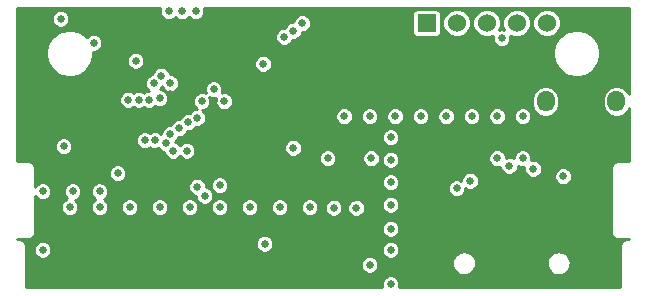
<source format=gbr>
G04 (created by PCBNEW-RS274X (2012-01-19 BZR 3256)-stable) date 22/03/2013 02:03:58*
G01*
G70*
G90*
%MOIN*%
G04 Gerber Fmt 3.4, Leading zero omitted, Abs format*
%FSLAX34Y34*%
G04 APERTURE LIST*
%ADD10C,0.006000*%
%ADD11R,0.060000X0.060000*%
%ADD12C,0.060000*%
%ADD13O,0.060000X0.070000*%
%ADD14C,0.025000*%
%ADD15C,0.010000*%
G04 APERTURE END LIST*
G54D10*
G54D11*
X93850Y-61000D03*
G54D12*
X94850Y-61000D03*
X95850Y-61000D03*
X96850Y-61000D03*
X97850Y-61000D03*
G54D13*
X97819Y-63600D03*
X100181Y-63600D03*
G54D14*
X85150Y-65000D03*
X82950Y-66600D03*
X84250Y-63550D03*
X81950Y-67125D03*
X82950Y-67125D03*
X84600Y-63550D03*
X85250Y-60600D03*
X85000Y-62750D03*
X85700Y-60600D03*
X91100Y-64100D03*
X91950Y-64100D03*
X92800Y-64100D03*
X93650Y-64100D03*
X94500Y-64100D03*
X95350Y-64100D03*
X96200Y-64100D03*
X97050Y-64100D03*
X86150Y-60600D03*
X81650Y-60850D03*
X87100Y-63600D03*
X81050Y-68550D03*
X88450Y-68350D03*
X90550Y-65500D03*
X91500Y-67150D03*
X96200Y-65500D03*
X92650Y-65550D03*
X85900Y-64300D03*
X92650Y-64800D03*
X97050Y-65500D03*
X86200Y-64150D03*
X92650Y-67850D03*
X85850Y-65250D03*
X95300Y-66250D03*
X85400Y-65250D03*
X94850Y-66500D03*
X92650Y-68550D03*
X97400Y-65850D03*
X85300Y-64700D03*
X92650Y-67050D03*
X96600Y-65750D03*
X92650Y-66300D03*
X85600Y-64500D03*
X83950Y-67125D03*
X86950Y-66400D03*
X83550Y-66000D03*
X85950Y-67125D03*
X86950Y-67125D03*
X88950Y-67125D03*
X86200Y-66450D03*
X84950Y-67125D03*
X86450Y-66750D03*
X87950Y-67125D03*
X83900Y-63550D03*
X82050Y-66600D03*
X89950Y-67125D03*
X90750Y-67150D03*
X89100Y-61450D03*
X84800Y-64900D03*
X84450Y-64900D03*
X89400Y-61250D03*
X84150Y-62250D03*
X89700Y-61000D03*
X81750Y-65100D03*
X98400Y-66100D03*
X82750Y-61650D03*
X92650Y-69700D03*
X86750Y-63200D03*
X84950Y-63500D03*
X85300Y-63000D03*
X88400Y-62350D03*
X96350Y-61500D03*
X81050Y-66600D03*
X86350Y-63600D03*
X84750Y-63000D03*
X89400Y-65150D03*
X92000Y-65500D03*
X91950Y-69050D03*
X98150Y-63050D03*
X86750Y-63600D03*
X85300Y-63350D03*
X84100Y-64900D03*
X82800Y-61150D03*
X81300Y-64550D03*
X88350Y-64800D03*
X80700Y-62350D03*
X91950Y-61550D03*
G54D10*
G36*
X100605Y-68205D02*
X100500Y-68205D01*
X100425Y-68220D01*
X100362Y-68262D01*
X100320Y-68325D01*
X100305Y-68400D01*
X100305Y-69805D01*
X99641Y-69805D01*
X99641Y-62039D01*
X99641Y-62038D01*
X99641Y-61962D01*
X99641Y-61961D01*
X99595Y-61732D01*
X99566Y-61661D01*
X99436Y-61468D01*
X99382Y-61414D01*
X99188Y-61284D01*
X99118Y-61255D01*
X98888Y-61209D01*
X98812Y-61209D01*
X98811Y-61209D01*
X98582Y-61255D01*
X98511Y-61284D01*
X98320Y-61412D01*
X98320Y-61094D01*
X98320Y-60907D01*
X98249Y-60734D01*
X98117Y-60602D01*
X97944Y-60530D01*
X97757Y-60530D01*
X97584Y-60601D01*
X97452Y-60733D01*
X97380Y-60906D01*
X97380Y-61093D01*
X97451Y-61266D01*
X97583Y-61398D01*
X97756Y-61470D01*
X97943Y-61470D01*
X98116Y-61399D01*
X98248Y-61267D01*
X98320Y-61094D01*
X98320Y-61412D01*
X98318Y-61414D01*
X98264Y-61468D01*
X98134Y-61662D01*
X98105Y-61732D01*
X98059Y-61962D01*
X98059Y-62038D01*
X98105Y-62268D01*
X98134Y-62338D01*
X98264Y-62532D01*
X98318Y-62586D01*
X98511Y-62716D01*
X98582Y-62745D01*
X98811Y-62791D01*
X98812Y-62791D01*
X98888Y-62791D01*
X99118Y-62745D01*
X99188Y-62716D01*
X99382Y-62586D01*
X99436Y-62532D01*
X99566Y-62339D01*
X99595Y-62268D01*
X99641Y-62039D01*
X99641Y-69805D01*
X98694Y-69805D01*
X98694Y-66159D01*
X98694Y-66042D01*
X98649Y-65934D01*
X98567Y-65851D01*
X98459Y-65806D01*
X98342Y-65806D01*
X98280Y-65831D01*
X98280Y-63752D01*
X98280Y-63569D01*
X98280Y-63449D01*
X98210Y-63280D01*
X98081Y-63150D01*
X97911Y-63079D01*
X97728Y-63079D01*
X97559Y-63149D01*
X97429Y-63278D01*
X97358Y-63448D01*
X97358Y-63631D01*
X97358Y-63751D01*
X97428Y-63920D01*
X97557Y-64050D01*
X97727Y-64121D01*
X97910Y-64121D01*
X98079Y-64051D01*
X98209Y-63922D01*
X98280Y-63752D01*
X98280Y-65831D01*
X98234Y-65851D01*
X98151Y-65933D01*
X98106Y-66041D01*
X98106Y-66158D01*
X98151Y-66266D01*
X98233Y-66349D01*
X98341Y-66394D01*
X98458Y-66394D01*
X98566Y-66349D01*
X98649Y-66267D01*
X98694Y-66159D01*
X98694Y-69805D01*
X98649Y-69805D01*
X98649Y-68980D01*
X98638Y-68904D01*
X98611Y-68829D01*
X98571Y-68763D01*
X98518Y-68704D01*
X98517Y-68702D01*
X98472Y-68670D01*
X98457Y-68658D01*
X98456Y-68657D01*
X98455Y-68657D01*
X98384Y-68624D01*
X98382Y-68623D01*
X98346Y-68614D01*
X98310Y-68605D01*
X98230Y-68601D01*
X98154Y-68612D01*
X98079Y-68639D01*
X98013Y-68679D01*
X97954Y-68731D01*
X97952Y-68733D01*
X97920Y-68777D01*
X97908Y-68793D01*
X97907Y-68793D01*
X97907Y-68795D01*
X97873Y-68868D01*
X97864Y-68904D01*
X97855Y-68940D01*
X97851Y-69020D01*
X97862Y-69096D01*
X97862Y-69097D01*
X97889Y-69171D01*
X97928Y-69236D01*
X97982Y-69296D01*
X97983Y-69297D01*
X98003Y-69312D01*
X98043Y-69342D01*
X98045Y-69343D01*
X98116Y-69376D01*
X98117Y-69377D01*
X98172Y-69390D01*
X98190Y-69395D01*
X98191Y-69395D01*
X98270Y-69399D01*
X98345Y-69388D01*
X98346Y-69388D01*
X98347Y-69387D01*
X98421Y-69361D01*
X98486Y-69322D01*
X98546Y-69268D01*
X98546Y-69267D01*
X98547Y-69267D01*
X98562Y-69246D01*
X98592Y-69207D01*
X98592Y-69206D01*
X98593Y-69205D01*
X98626Y-69134D01*
X98627Y-69133D01*
X98640Y-69078D01*
X98645Y-69060D01*
X98645Y-69059D01*
X98649Y-68980D01*
X98649Y-69805D01*
X97694Y-69805D01*
X97694Y-65909D01*
X97694Y-65792D01*
X97649Y-65684D01*
X97567Y-65601D01*
X97459Y-65556D01*
X97344Y-65556D01*
X97344Y-65442D01*
X97344Y-64159D01*
X97344Y-64042D01*
X97320Y-63984D01*
X97320Y-61094D01*
X97320Y-60907D01*
X97249Y-60734D01*
X97117Y-60602D01*
X96944Y-60530D01*
X96757Y-60530D01*
X96584Y-60601D01*
X96452Y-60733D01*
X96380Y-60906D01*
X96380Y-61093D01*
X96429Y-61214D01*
X96409Y-61206D01*
X96292Y-61206D01*
X96269Y-61215D01*
X96320Y-61094D01*
X96320Y-60907D01*
X96249Y-60734D01*
X96117Y-60602D01*
X95944Y-60530D01*
X95757Y-60530D01*
X95584Y-60601D01*
X95452Y-60733D01*
X95380Y-60906D01*
X95380Y-61093D01*
X95451Y-61266D01*
X95583Y-61398D01*
X95756Y-61470D01*
X95943Y-61470D01*
X96064Y-61420D01*
X96056Y-61441D01*
X96056Y-61558D01*
X96101Y-61666D01*
X96183Y-61749D01*
X96291Y-61794D01*
X96408Y-61794D01*
X96516Y-61749D01*
X96599Y-61667D01*
X96644Y-61559D01*
X96644Y-61442D01*
X96634Y-61419D01*
X96756Y-61470D01*
X96943Y-61470D01*
X97116Y-61399D01*
X97248Y-61267D01*
X97320Y-61094D01*
X97320Y-63984D01*
X97299Y-63934D01*
X97217Y-63851D01*
X97109Y-63806D01*
X96992Y-63806D01*
X96884Y-63851D01*
X96801Y-63933D01*
X96756Y-64041D01*
X96756Y-64158D01*
X96801Y-64266D01*
X96883Y-64349D01*
X96991Y-64394D01*
X97108Y-64394D01*
X97216Y-64349D01*
X97299Y-64267D01*
X97344Y-64159D01*
X97344Y-65442D01*
X97299Y-65334D01*
X97217Y-65251D01*
X97109Y-65206D01*
X96992Y-65206D01*
X96884Y-65251D01*
X96801Y-65333D01*
X96756Y-65441D01*
X96756Y-65496D01*
X96659Y-65456D01*
X96542Y-65456D01*
X96494Y-65476D01*
X96494Y-65442D01*
X96494Y-64159D01*
X96494Y-64042D01*
X96449Y-63934D01*
X96367Y-63851D01*
X96259Y-63806D01*
X96142Y-63806D01*
X96034Y-63851D01*
X95951Y-63933D01*
X95906Y-64041D01*
X95906Y-64158D01*
X95951Y-64266D01*
X96033Y-64349D01*
X96141Y-64394D01*
X96258Y-64394D01*
X96366Y-64349D01*
X96449Y-64267D01*
X96494Y-64159D01*
X96494Y-65442D01*
X96449Y-65334D01*
X96367Y-65251D01*
X96259Y-65206D01*
X96142Y-65206D01*
X96034Y-65251D01*
X95951Y-65333D01*
X95906Y-65441D01*
X95906Y-65558D01*
X95951Y-65666D01*
X96033Y-65749D01*
X96141Y-65794D01*
X96258Y-65794D01*
X96306Y-65774D01*
X96306Y-65808D01*
X96351Y-65916D01*
X96433Y-65999D01*
X96541Y-66044D01*
X96658Y-66044D01*
X96766Y-65999D01*
X96849Y-65917D01*
X96894Y-65809D01*
X96894Y-65753D01*
X96991Y-65794D01*
X97106Y-65794D01*
X97106Y-65908D01*
X97151Y-66016D01*
X97233Y-66099D01*
X97341Y-66144D01*
X97458Y-66144D01*
X97566Y-66099D01*
X97649Y-66017D01*
X97694Y-65909D01*
X97694Y-69805D01*
X95644Y-69805D01*
X95644Y-64159D01*
X95644Y-64042D01*
X95599Y-63934D01*
X95517Y-63851D01*
X95409Y-63806D01*
X95320Y-63806D01*
X95320Y-61094D01*
X95320Y-60907D01*
X95249Y-60734D01*
X95117Y-60602D01*
X94944Y-60530D01*
X94757Y-60530D01*
X94584Y-60601D01*
X94452Y-60733D01*
X94380Y-60906D01*
X94380Y-61093D01*
X94451Y-61266D01*
X94583Y-61398D01*
X94756Y-61470D01*
X94943Y-61470D01*
X95116Y-61399D01*
X95248Y-61267D01*
X95320Y-61094D01*
X95320Y-63806D01*
X95292Y-63806D01*
X95184Y-63851D01*
X95101Y-63933D01*
X95056Y-64041D01*
X95056Y-64158D01*
X95101Y-64266D01*
X95183Y-64349D01*
X95291Y-64394D01*
X95408Y-64394D01*
X95516Y-64349D01*
X95599Y-64267D01*
X95644Y-64159D01*
X95644Y-69805D01*
X95594Y-69805D01*
X95594Y-66309D01*
X95594Y-66192D01*
X95549Y-66084D01*
X95467Y-66001D01*
X95359Y-65956D01*
X95242Y-65956D01*
X95134Y-66001D01*
X95051Y-66083D01*
X95006Y-66191D01*
X95006Y-66246D01*
X94909Y-66206D01*
X94794Y-66206D01*
X94794Y-64159D01*
X94794Y-64042D01*
X94749Y-63934D01*
X94667Y-63851D01*
X94559Y-63806D01*
X94442Y-63806D01*
X94334Y-63851D01*
X94320Y-63864D01*
X94320Y-61334D01*
X94320Y-61266D01*
X94320Y-60666D01*
X94294Y-60604D01*
X94246Y-60556D01*
X94184Y-60530D01*
X94116Y-60530D01*
X93516Y-60530D01*
X93454Y-60556D01*
X93406Y-60604D01*
X93380Y-60666D01*
X93380Y-60734D01*
X93380Y-61334D01*
X93406Y-61396D01*
X93454Y-61444D01*
X93516Y-61470D01*
X93584Y-61470D01*
X94184Y-61470D01*
X94246Y-61444D01*
X94294Y-61396D01*
X94320Y-61334D01*
X94320Y-63864D01*
X94251Y-63933D01*
X94206Y-64041D01*
X94206Y-64158D01*
X94251Y-64266D01*
X94333Y-64349D01*
X94441Y-64394D01*
X94558Y-64394D01*
X94666Y-64349D01*
X94749Y-64267D01*
X94794Y-64159D01*
X94794Y-66206D01*
X94792Y-66206D01*
X94684Y-66251D01*
X94601Y-66333D01*
X94556Y-66441D01*
X94556Y-66558D01*
X94601Y-66666D01*
X94683Y-66749D01*
X94791Y-66794D01*
X94908Y-66794D01*
X95016Y-66749D01*
X95099Y-66667D01*
X95144Y-66559D01*
X95144Y-66503D01*
X95241Y-66544D01*
X95358Y-66544D01*
X95466Y-66499D01*
X95549Y-66417D01*
X95594Y-66309D01*
X95594Y-69805D01*
X95499Y-69805D01*
X95499Y-68980D01*
X95488Y-68904D01*
X95461Y-68829D01*
X95421Y-68763D01*
X95368Y-68704D01*
X95367Y-68702D01*
X95322Y-68670D01*
X95307Y-68658D01*
X95306Y-68657D01*
X95305Y-68657D01*
X95234Y-68624D01*
X95232Y-68623D01*
X95196Y-68614D01*
X95160Y-68605D01*
X95080Y-68601D01*
X95004Y-68612D01*
X94929Y-68639D01*
X94863Y-68679D01*
X94804Y-68731D01*
X94802Y-68733D01*
X94770Y-68777D01*
X94758Y-68793D01*
X94757Y-68793D01*
X94757Y-68795D01*
X94723Y-68868D01*
X94714Y-68904D01*
X94705Y-68940D01*
X94701Y-69020D01*
X94712Y-69096D01*
X94712Y-69097D01*
X94739Y-69171D01*
X94778Y-69236D01*
X94832Y-69296D01*
X94833Y-69297D01*
X94853Y-69312D01*
X94893Y-69342D01*
X94895Y-69343D01*
X94966Y-69376D01*
X94967Y-69377D01*
X95022Y-69390D01*
X95040Y-69395D01*
X95041Y-69395D01*
X95120Y-69399D01*
X95195Y-69388D01*
X95196Y-69388D01*
X95197Y-69387D01*
X95271Y-69361D01*
X95336Y-69322D01*
X95396Y-69268D01*
X95396Y-69267D01*
X95397Y-69267D01*
X95412Y-69246D01*
X95442Y-69207D01*
X95442Y-69206D01*
X95443Y-69205D01*
X95476Y-69134D01*
X95477Y-69133D01*
X95490Y-69078D01*
X95495Y-69060D01*
X95495Y-69059D01*
X95499Y-68980D01*
X95499Y-69805D01*
X93944Y-69805D01*
X93944Y-64159D01*
X93944Y-64042D01*
X93899Y-63934D01*
X93817Y-63851D01*
X93709Y-63806D01*
X93592Y-63806D01*
X93484Y-63851D01*
X93401Y-63933D01*
X93356Y-64041D01*
X93356Y-64158D01*
X93401Y-64266D01*
X93483Y-64349D01*
X93591Y-64394D01*
X93708Y-64394D01*
X93816Y-64349D01*
X93899Y-64267D01*
X93944Y-64159D01*
X93944Y-69805D01*
X93094Y-69805D01*
X93094Y-64159D01*
X93094Y-64042D01*
X93049Y-63934D01*
X92967Y-63851D01*
X92859Y-63806D01*
X92742Y-63806D01*
X92634Y-63851D01*
X92551Y-63933D01*
X92506Y-64041D01*
X92506Y-64158D01*
X92551Y-64266D01*
X92633Y-64349D01*
X92741Y-64394D01*
X92858Y-64394D01*
X92966Y-64349D01*
X93049Y-64267D01*
X93094Y-64159D01*
X93094Y-69805D01*
X92924Y-69805D01*
X92944Y-69759D01*
X92944Y-69642D01*
X92944Y-68609D01*
X92944Y-68492D01*
X92944Y-67909D01*
X92944Y-67792D01*
X92944Y-67109D01*
X92944Y-66992D01*
X92944Y-66359D01*
X92944Y-66242D01*
X92944Y-65609D01*
X92944Y-65492D01*
X92944Y-64859D01*
X92944Y-64742D01*
X92899Y-64634D01*
X92817Y-64551D01*
X92709Y-64506D01*
X92592Y-64506D01*
X92484Y-64551D01*
X92401Y-64633D01*
X92356Y-64741D01*
X92356Y-64858D01*
X92401Y-64966D01*
X92483Y-65049D01*
X92591Y-65094D01*
X92708Y-65094D01*
X92816Y-65049D01*
X92899Y-64967D01*
X92944Y-64859D01*
X92944Y-65492D01*
X92899Y-65384D01*
X92817Y-65301D01*
X92709Y-65256D01*
X92592Y-65256D01*
X92484Y-65301D01*
X92401Y-65383D01*
X92356Y-65491D01*
X92356Y-65608D01*
X92401Y-65716D01*
X92483Y-65799D01*
X92591Y-65844D01*
X92708Y-65844D01*
X92816Y-65799D01*
X92899Y-65717D01*
X92944Y-65609D01*
X92944Y-66242D01*
X92899Y-66134D01*
X92817Y-66051D01*
X92709Y-66006D01*
X92592Y-66006D01*
X92484Y-66051D01*
X92401Y-66133D01*
X92356Y-66241D01*
X92356Y-66358D01*
X92401Y-66466D01*
X92483Y-66549D01*
X92591Y-66594D01*
X92708Y-66594D01*
X92816Y-66549D01*
X92899Y-66467D01*
X92944Y-66359D01*
X92944Y-66992D01*
X92899Y-66884D01*
X92817Y-66801D01*
X92709Y-66756D01*
X92592Y-66756D01*
X92484Y-66801D01*
X92401Y-66883D01*
X92356Y-66991D01*
X92356Y-67108D01*
X92401Y-67216D01*
X92483Y-67299D01*
X92591Y-67344D01*
X92708Y-67344D01*
X92816Y-67299D01*
X92899Y-67217D01*
X92944Y-67109D01*
X92944Y-67792D01*
X92899Y-67684D01*
X92817Y-67601D01*
X92709Y-67556D01*
X92592Y-67556D01*
X92484Y-67601D01*
X92401Y-67683D01*
X92356Y-67791D01*
X92356Y-67908D01*
X92401Y-68016D01*
X92483Y-68099D01*
X92591Y-68144D01*
X92708Y-68144D01*
X92816Y-68099D01*
X92899Y-68017D01*
X92944Y-67909D01*
X92944Y-68492D01*
X92899Y-68384D01*
X92817Y-68301D01*
X92709Y-68256D01*
X92592Y-68256D01*
X92484Y-68301D01*
X92401Y-68383D01*
X92356Y-68491D01*
X92356Y-68608D01*
X92401Y-68716D01*
X92483Y-68799D01*
X92591Y-68844D01*
X92708Y-68844D01*
X92816Y-68799D01*
X92899Y-68717D01*
X92944Y-68609D01*
X92944Y-69642D01*
X92899Y-69534D01*
X92817Y-69451D01*
X92709Y-69406D01*
X92592Y-69406D01*
X92484Y-69451D01*
X92401Y-69533D01*
X92356Y-69641D01*
X92356Y-69758D01*
X92375Y-69805D01*
X92294Y-69805D01*
X92294Y-65559D01*
X92294Y-65442D01*
X92249Y-65334D01*
X92244Y-65328D01*
X92244Y-64159D01*
X92244Y-64042D01*
X92199Y-63934D01*
X92117Y-63851D01*
X92009Y-63806D01*
X91892Y-63806D01*
X91784Y-63851D01*
X91701Y-63933D01*
X91656Y-64041D01*
X91656Y-64158D01*
X91701Y-64266D01*
X91783Y-64349D01*
X91891Y-64394D01*
X92008Y-64394D01*
X92116Y-64349D01*
X92199Y-64267D01*
X92244Y-64159D01*
X92244Y-65328D01*
X92167Y-65251D01*
X92059Y-65206D01*
X91942Y-65206D01*
X91834Y-65251D01*
X91751Y-65333D01*
X91706Y-65441D01*
X91706Y-65558D01*
X91751Y-65666D01*
X91833Y-65749D01*
X91941Y-65794D01*
X92058Y-65794D01*
X92166Y-65749D01*
X92249Y-65667D01*
X92294Y-65559D01*
X92294Y-69805D01*
X92244Y-69805D01*
X92244Y-69109D01*
X92244Y-68992D01*
X92199Y-68884D01*
X92117Y-68801D01*
X92009Y-68756D01*
X91892Y-68756D01*
X91794Y-68796D01*
X91794Y-67209D01*
X91794Y-67092D01*
X91749Y-66984D01*
X91667Y-66901D01*
X91559Y-66856D01*
X91442Y-66856D01*
X91394Y-66876D01*
X91394Y-64159D01*
X91394Y-64042D01*
X91349Y-63934D01*
X91267Y-63851D01*
X91159Y-63806D01*
X91042Y-63806D01*
X90934Y-63851D01*
X90851Y-63933D01*
X90806Y-64041D01*
X90806Y-64158D01*
X90851Y-64266D01*
X90933Y-64349D01*
X91041Y-64394D01*
X91158Y-64394D01*
X91266Y-64349D01*
X91349Y-64267D01*
X91394Y-64159D01*
X91394Y-66876D01*
X91334Y-66901D01*
X91251Y-66983D01*
X91206Y-67091D01*
X91206Y-67208D01*
X91251Y-67316D01*
X91333Y-67399D01*
X91441Y-67444D01*
X91558Y-67444D01*
X91666Y-67399D01*
X91749Y-67317D01*
X91794Y-67209D01*
X91794Y-68796D01*
X91784Y-68801D01*
X91701Y-68883D01*
X91656Y-68991D01*
X91656Y-69108D01*
X91701Y-69216D01*
X91783Y-69299D01*
X91891Y-69344D01*
X92008Y-69344D01*
X92116Y-69299D01*
X92199Y-69217D01*
X92244Y-69109D01*
X92244Y-69805D01*
X91044Y-69805D01*
X91044Y-67209D01*
X91044Y-67092D01*
X90999Y-66984D01*
X90917Y-66901D01*
X90844Y-66870D01*
X90844Y-65559D01*
X90844Y-65442D01*
X90799Y-65334D01*
X90717Y-65251D01*
X90609Y-65206D01*
X90492Y-65206D01*
X90384Y-65251D01*
X90301Y-65333D01*
X90256Y-65441D01*
X90256Y-65558D01*
X90301Y-65666D01*
X90383Y-65749D01*
X90491Y-65794D01*
X90608Y-65794D01*
X90716Y-65749D01*
X90799Y-65667D01*
X90844Y-65559D01*
X90844Y-66870D01*
X90809Y-66856D01*
X90692Y-66856D01*
X90584Y-66901D01*
X90501Y-66983D01*
X90456Y-67091D01*
X90456Y-67208D01*
X90501Y-67316D01*
X90583Y-67399D01*
X90691Y-67444D01*
X90808Y-67444D01*
X90916Y-67399D01*
X90999Y-67317D01*
X91044Y-67209D01*
X91044Y-69805D01*
X90244Y-69805D01*
X90244Y-67184D01*
X90244Y-67067D01*
X90199Y-66959D01*
X90117Y-66876D01*
X90009Y-66831D01*
X89994Y-66831D01*
X89994Y-61059D01*
X89994Y-60942D01*
X89949Y-60834D01*
X89867Y-60751D01*
X89759Y-60706D01*
X89642Y-60706D01*
X89534Y-60751D01*
X89451Y-60833D01*
X89406Y-60941D01*
X89406Y-60956D01*
X89342Y-60956D01*
X89234Y-61001D01*
X89151Y-61083D01*
X89120Y-61156D01*
X89042Y-61156D01*
X88934Y-61201D01*
X88851Y-61283D01*
X88806Y-61391D01*
X88806Y-61508D01*
X88851Y-61616D01*
X88933Y-61699D01*
X89041Y-61744D01*
X89158Y-61744D01*
X89266Y-61699D01*
X89349Y-61617D01*
X89379Y-61544D01*
X89458Y-61544D01*
X89566Y-61499D01*
X89649Y-61417D01*
X89694Y-61309D01*
X89694Y-61294D01*
X89758Y-61294D01*
X89866Y-61249D01*
X89949Y-61167D01*
X89994Y-61059D01*
X89994Y-66831D01*
X89892Y-66831D01*
X89784Y-66876D01*
X89701Y-66958D01*
X89694Y-66974D01*
X89694Y-65209D01*
X89694Y-65092D01*
X89649Y-64984D01*
X89567Y-64901D01*
X89459Y-64856D01*
X89342Y-64856D01*
X89234Y-64901D01*
X89151Y-64983D01*
X89106Y-65091D01*
X89106Y-65208D01*
X89151Y-65316D01*
X89233Y-65399D01*
X89341Y-65444D01*
X89458Y-65444D01*
X89566Y-65399D01*
X89649Y-65317D01*
X89694Y-65209D01*
X89694Y-66974D01*
X89656Y-67066D01*
X89656Y-67183D01*
X89701Y-67291D01*
X89783Y-67374D01*
X89891Y-67419D01*
X90008Y-67419D01*
X90116Y-67374D01*
X90199Y-67292D01*
X90244Y-67184D01*
X90244Y-69805D01*
X89244Y-69805D01*
X89244Y-67184D01*
X89244Y-67067D01*
X89199Y-66959D01*
X89117Y-66876D01*
X89009Y-66831D01*
X88892Y-66831D01*
X88784Y-66876D01*
X88701Y-66958D01*
X88694Y-66974D01*
X88694Y-62409D01*
X88694Y-62292D01*
X88649Y-62184D01*
X88567Y-62101D01*
X88459Y-62056D01*
X88342Y-62056D01*
X88234Y-62101D01*
X88151Y-62183D01*
X88106Y-62291D01*
X88106Y-62408D01*
X88151Y-62516D01*
X88233Y-62599D01*
X88341Y-62644D01*
X88458Y-62644D01*
X88566Y-62599D01*
X88649Y-62517D01*
X88694Y-62409D01*
X88694Y-66974D01*
X88656Y-67066D01*
X88656Y-67183D01*
X88701Y-67291D01*
X88783Y-67374D01*
X88891Y-67419D01*
X89008Y-67419D01*
X89116Y-67374D01*
X89199Y-67292D01*
X89244Y-67184D01*
X89244Y-69805D01*
X88744Y-69805D01*
X88744Y-68409D01*
X88744Y-68292D01*
X88699Y-68184D01*
X88617Y-68101D01*
X88509Y-68056D01*
X88392Y-68056D01*
X88284Y-68101D01*
X88244Y-68140D01*
X88244Y-67184D01*
X88244Y-67067D01*
X88199Y-66959D01*
X88117Y-66876D01*
X88009Y-66831D01*
X87892Y-66831D01*
X87784Y-66876D01*
X87701Y-66958D01*
X87656Y-67066D01*
X87656Y-67183D01*
X87701Y-67291D01*
X87783Y-67374D01*
X87891Y-67419D01*
X88008Y-67419D01*
X88116Y-67374D01*
X88199Y-67292D01*
X88244Y-67184D01*
X88244Y-68140D01*
X88201Y-68183D01*
X88156Y-68291D01*
X88156Y-68408D01*
X88201Y-68516D01*
X88283Y-68599D01*
X88391Y-68644D01*
X88508Y-68644D01*
X88616Y-68599D01*
X88699Y-68517D01*
X88744Y-68409D01*
X88744Y-69805D01*
X87394Y-69805D01*
X87394Y-63659D01*
X87394Y-63542D01*
X87349Y-63434D01*
X87267Y-63351D01*
X87159Y-63306D01*
X87042Y-63306D01*
X87020Y-63314D01*
X87044Y-63259D01*
X87044Y-63142D01*
X86999Y-63034D01*
X86917Y-62951D01*
X86809Y-62906D01*
X86692Y-62906D01*
X86584Y-62951D01*
X86501Y-63033D01*
X86456Y-63141D01*
X86456Y-63258D01*
X86490Y-63339D01*
X86409Y-63306D01*
X86292Y-63306D01*
X86184Y-63351D01*
X86101Y-63433D01*
X86056Y-63541D01*
X86056Y-63658D01*
X86101Y-63766D01*
X86183Y-63849D01*
X86199Y-63856D01*
X86142Y-63856D01*
X86034Y-63901D01*
X85951Y-63983D01*
X85941Y-64006D01*
X85842Y-64006D01*
X85734Y-64051D01*
X85651Y-64133D01*
X85620Y-64206D01*
X85594Y-64206D01*
X85594Y-63059D01*
X85594Y-62942D01*
X85549Y-62834D01*
X85467Y-62751D01*
X85359Y-62706D01*
X85294Y-62706D01*
X85294Y-62692D01*
X85249Y-62584D01*
X85167Y-62501D01*
X85059Y-62456D01*
X84942Y-62456D01*
X84834Y-62501D01*
X84751Y-62583D01*
X84706Y-62691D01*
X84706Y-62706D01*
X84692Y-62706D01*
X84584Y-62751D01*
X84501Y-62833D01*
X84456Y-62941D01*
X84456Y-63058D01*
X84501Y-63166D01*
X84583Y-63249D01*
X84599Y-63256D01*
X84542Y-63256D01*
X84444Y-63296D01*
X84444Y-62309D01*
X84444Y-62192D01*
X84399Y-62084D01*
X84317Y-62001D01*
X84209Y-61956D01*
X84092Y-61956D01*
X83984Y-62001D01*
X83901Y-62083D01*
X83856Y-62191D01*
X83856Y-62308D01*
X83901Y-62416D01*
X83983Y-62499D01*
X84091Y-62544D01*
X84208Y-62544D01*
X84316Y-62499D01*
X84399Y-62417D01*
X84444Y-62309D01*
X84444Y-63296D01*
X84434Y-63301D01*
X84425Y-63309D01*
X84417Y-63301D01*
X84309Y-63256D01*
X84192Y-63256D01*
X84084Y-63301D01*
X84075Y-63309D01*
X84067Y-63301D01*
X83959Y-63256D01*
X83842Y-63256D01*
X83734Y-63301D01*
X83651Y-63383D01*
X83606Y-63491D01*
X83606Y-63608D01*
X83651Y-63716D01*
X83733Y-63799D01*
X83841Y-63844D01*
X83958Y-63844D01*
X84066Y-63799D01*
X84074Y-63790D01*
X84083Y-63799D01*
X84191Y-63844D01*
X84308Y-63844D01*
X84416Y-63799D01*
X84424Y-63790D01*
X84433Y-63799D01*
X84541Y-63844D01*
X84658Y-63844D01*
X84766Y-63799D01*
X84806Y-63758D01*
X84891Y-63794D01*
X85008Y-63794D01*
X85116Y-63749D01*
X85199Y-63667D01*
X85244Y-63559D01*
X85244Y-63442D01*
X85199Y-63334D01*
X85117Y-63251D01*
X85009Y-63206D01*
X84959Y-63206D01*
X84999Y-63167D01*
X85025Y-63104D01*
X85051Y-63166D01*
X85133Y-63249D01*
X85241Y-63294D01*
X85358Y-63294D01*
X85466Y-63249D01*
X85549Y-63167D01*
X85594Y-63059D01*
X85594Y-64206D01*
X85542Y-64206D01*
X85434Y-64251D01*
X85351Y-64333D01*
X85320Y-64406D01*
X85242Y-64406D01*
X85134Y-64451D01*
X85051Y-64533D01*
X85006Y-64641D01*
X85006Y-64690D01*
X84967Y-64651D01*
X84859Y-64606D01*
X84742Y-64606D01*
X84634Y-64651D01*
X84625Y-64659D01*
X84617Y-64651D01*
X84509Y-64606D01*
X84392Y-64606D01*
X84284Y-64651D01*
X84201Y-64733D01*
X84156Y-64841D01*
X84156Y-64958D01*
X84201Y-65066D01*
X84283Y-65149D01*
X84391Y-65194D01*
X84508Y-65194D01*
X84616Y-65149D01*
X84624Y-65140D01*
X84633Y-65149D01*
X84741Y-65194D01*
X84858Y-65194D01*
X84908Y-65173D01*
X84983Y-65249D01*
X85091Y-65294D01*
X85106Y-65294D01*
X85106Y-65308D01*
X85151Y-65416D01*
X85233Y-65499D01*
X85341Y-65544D01*
X85458Y-65544D01*
X85566Y-65499D01*
X85625Y-65440D01*
X85683Y-65499D01*
X85791Y-65544D01*
X85908Y-65544D01*
X86016Y-65499D01*
X86099Y-65417D01*
X86144Y-65309D01*
X86144Y-65192D01*
X86099Y-65084D01*
X86017Y-65001D01*
X85909Y-64956D01*
X85792Y-64956D01*
X85684Y-65001D01*
X85624Y-65059D01*
X85567Y-65001D01*
X85459Y-64956D01*
X85449Y-64956D01*
X85466Y-64949D01*
X85549Y-64867D01*
X85579Y-64794D01*
X85658Y-64794D01*
X85766Y-64749D01*
X85849Y-64667D01*
X85879Y-64594D01*
X85958Y-64594D01*
X86066Y-64549D01*
X86149Y-64467D01*
X86158Y-64444D01*
X86258Y-64444D01*
X86366Y-64399D01*
X86449Y-64317D01*
X86494Y-64209D01*
X86494Y-64092D01*
X86449Y-63984D01*
X86367Y-63901D01*
X86350Y-63894D01*
X86408Y-63894D01*
X86516Y-63849D01*
X86599Y-63767D01*
X86644Y-63659D01*
X86644Y-63542D01*
X86609Y-63460D01*
X86691Y-63494D01*
X86808Y-63494D01*
X86829Y-63485D01*
X86806Y-63541D01*
X86806Y-63658D01*
X86851Y-63766D01*
X86933Y-63849D01*
X87041Y-63894D01*
X87158Y-63894D01*
X87266Y-63849D01*
X87349Y-63767D01*
X87394Y-63659D01*
X87394Y-69805D01*
X87244Y-69805D01*
X87244Y-67184D01*
X87244Y-67067D01*
X87244Y-66459D01*
X87244Y-66342D01*
X87199Y-66234D01*
X87117Y-66151D01*
X87009Y-66106D01*
X86892Y-66106D01*
X86784Y-66151D01*
X86701Y-66233D01*
X86656Y-66341D01*
X86656Y-66458D01*
X86701Y-66566D01*
X86783Y-66649D01*
X86891Y-66694D01*
X87008Y-66694D01*
X87116Y-66649D01*
X87199Y-66567D01*
X87244Y-66459D01*
X87244Y-67067D01*
X87199Y-66959D01*
X87117Y-66876D01*
X87009Y-66831D01*
X86892Y-66831D01*
X86784Y-66876D01*
X86744Y-66915D01*
X86744Y-66809D01*
X86744Y-66692D01*
X86699Y-66584D01*
X86617Y-66501D01*
X86509Y-66456D01*
X86494Y-66456D01*
X86494Y-66392D01*
X86449Y-66284D01*
X86367Y-66201D01*
X86259Y-66156D01*
X86142Y-66156D01*
X86034Y-66201D01*
X85951Y-66283D01*
X85906Y-66391D01*
X85906Y-66508D01*
X85951Y-66616D01*
X86033Y-66699D01*
X86141Y-66744D01*
X86156Y-66744D01*
X86156Y-66808D01*
X86201Y-66916D01*
X86283Y-66999D01*
X86391Y-67044D01*
X86508Y-67044D01*
X86616Y-66999D01*
X86699Y-66917D01*
X86744Y-66809D01*
X86744Y-66915D01*
X86701Y-66958D01*
X86656Y-67066D01*
X86656Y-67183D01*
X86701Y-67291D01*
X86783Y-67374D01*
X86891Y-67419D01*
X87008Y-67419D01*
X87116Y-67374D01*
X87199Y-67292D01*
X87244Y-67184D01*
X87244Y-69805D01*
X86244Y-69805D01*
X86244Y-67184D01*
X86244Y-67067D01*
X86199Y-66959D01*
X86117Y-66876D01*
X86009Y-66831D01*
X85892Y-66831D01*
X85784Y-66876D01*
X85701Y-66958D01*
X85656Y-67066D01*
X85656Y-67183D01*
X85701Y-67291D01*
X85783Y-67374D01*
X85891Y-67419D01*
X86008Y-67419D01*
X86116Y-67374D01*
X86199Y-67292D01*
X86244Y-67184D01*
X86244Y-69805D01*
X85244Y-69805D01*
X85244Y-67184D01*
X85244Y-67067D01*
X85199Y-66959D01*
X85117Y-66876D01*
X85009Y-66831D01*
X84892Y-66831D01*
X84784Y-66876D01*
X84701Y-66958D01*
X84656Y-67066D01*
X84656Y-67183D01*
X84701Y-67291D01*
X84783Y-67374D01*
X84891Y-67419D01*
X85008Y-67419D01*
X85116Y-67374D01*
X85199Y-67292D01*
X85244Y-67184D01*
X85244Y-69805D01*
X84244Y-69805D01*
X84244Y-67184D01*
X84244Y-67067D01*
X84199Y-66959D01*
X84117Y-66876D01*
X84009Y-66831D01*
X83892Y-66831D01*
X83844Y-66851D01*
X83844Y-66059D01*
X83844Y-65942D01*
X83799Y-65834D01*
X83717Y-65751D01*
X83609Y-65706D01*
X83492Y-65706D01*
X83384Y-65751D01*
X83301Y-65833D01*
X83256Y-65941D01*
X83256Y-66058D01*
X83301Y-66166D01*
X83383Y-66249D01*
X83491Y-66294D01*
X83608Y-66294D01*
X83716Y-66249D01*
X83799Y-66167D01*
X83844Y-66059D01*
X83844Y-66851D01*
X83784Y-66876D01*
X83701Y-66958D01*
X83656Y-67066D01*
X83656Y-67183D01*
X83701Y-67291D01*
X83783Y-67374D01*
X83891Y-67419D01*
X84008Y-67419D01*
X84116Y-67374D01*
X84199Y-67292D01*
X84244Y-67184D01*
X84244Y-69805D01*
X83244Y-69805D01*
X83244Y-67184D01*
X83244Y-67067D01*
X83199Y-66959D01*
X83117Y-66876D01*
X83084Y-66862D01*
X83116Y-66849D01*
X83199Y-66767D01*
X83244Y-66659D01*
X83244Y-66542D01*
X83199Y-66434D01*
X83117Y-66351D01*
X83044Y-66320D01*
X83044Y-61709D01*
X83044Y-61592D01*
X82999Y-61484D01*
X82917Y-61401D01*
X82809Y-61356D01*
X82692Y-61356D01*
X82584Y-61401D01*
X82526Y-61458D01*
X82482Y-61414D01*
X82288Y-61284D01*
X82218Y-61255D01*
X81988Y-61209D01*
X81944Y-61209D01*
X81944Y-60909D01*
X81944Y-60792D01*
X81899Y-60684D01*
X81817Y-60601D01*
X81709Y-60556D01*
X81592Y-60556D01*
X81484Y-60601D01*
X81401Y-60683D01*
X81356Y-60791D01*
X81356Y-60908D01*
X81401Y-61016D01*
X81483Y-61099D01*
X81591Y-61144D01*
X81708Y-61144D01*
X81816Y-61099D01*
X81899Y-61017D01*
X81944Y-60909D01*
X81944Y-61209D01*
X81912Y-61209D01*
X81911Y-61209D01*
X81682Y-61255D01*
X81611Y-61284D01*
X81418Y-61414D01*
X81364Y-61468D01*
X81234Y-61662D01*
X81205Y-61732D01*
X81159Y-61962D01*
X81159Y-62038D01*
X81205Y-62268D01*
X81234Y-62338D01*
X81364Y-62532D01*
X81418Y-62586D01*
X81611Y-62716D01*
X81682Y-62745D01*
X81911Y-62791D01*
X81912Y-62791D01*
X81988Y-62791D01*
X82218Y-62745D01*
X82288Y-62716D01*
X82482Y-62586D01*
X82536Y-62532D01*
X82666Y-62339D01*
X82695Y-62268D01*
X82741Y-62039D01*
X82741Y-62038D01*
X82741Y-61962D01*
X82741Y-61961D01*
X82737Y-61944D01*
X82808Y-61944D01*
X82916Y-61899D01*
X82999Y-61817D01*
X83044Y-61709D01*
X83044Y-66320D01*
X83009Y-66306D01*
X82892Y-66306D01*
X82784Y-66351D01*
X82701Y-66433D01*
X82656Y-66541D01*
X82656Y-66658D01*
X82701Y-66766D01*
X82783Y-66849D01*
X82815Y-66862D01*
X82784Y-66876D01*
X82701Y-66958D01*
X82656Y-67066D01*
X82656Y-67183D01*
X82701Y-67291D01*
X82783Y-67374D01*
X82891Y-67419D01*
X83008Y-67419D01*
X83116Y-67374D01*
X83199Y-67292D01*
X83244Y-67184D01*
X83244Y-69805D01*
X82344Y-69805D01*
X82344Y-66659D01*
X82344Y-66542D01*
X82299Y-66434D01*
X82217Y-66351D01*
X82109Y-66306D01*
X82044Y-66306D01*
X82044Y-65159D01*
X82044Y-65042D01*
X81999Y-64934D01*
X81917Y-64851D01*
X81809Y-64806D01*
X81692Y-64806D01*
X81584Y-64851D01*
X81501Y-64933D01*
X81456Y-65041D01*
X81456Y-65158D01*
X81501Y-65266D01*
X81583Y-65349D01*
X81691Y-65394D01*
X81808Y-65394D01*
X81916Y-65349D01*
X81999Y-65267D01*
X82044Y-65159D01*
X82044Y-66306D01*
X81992Y-66306D01*
X81884Y-66351D01*
X81801Y-66433D01*
X81756Y-66541D01*
X81756Y-66658D01*
X81801Y-66766D01*
X81873Y-66838D01*
X81784Y-66876D01*
X81701Y-66958D01*
X81656Y-67066D01*
X81656Y-67183D01*
X81701Y-67291D01*
X81783Y-67374D01*
X81891Y-67419D01*
X82008Y-67419D01*
X82116Y-67374D01*
X82199Y-67292D01*
X82244Y-67184D01*
X82244Y-67067D01*
X82199Y-66959D01*
X82126Y-66886D01*
X82216Y-66849D01*
X82299Y-66767D01*
X82344Y-66659D01*
X82344Y-69805D01*
X81344Y-69805D01*
X81344Y-68609D01*
X81344Y-68492D01*
X81299Y-68384D01*
X81217Y-68301D01*
X81109Y-68256D01*
X80992Y-68256D01*
X80884Y-68301D01*
X80801Y-68383D01*
X80756Y-68491D01*
X80756Y-68608D01*
X80801Y-68716D01*
X80883Y-68799D01*
X80991Y-68844D01*
X81108Y-68844D01*
X81216Y-68799D01*
X81299Y-68717D01*
X81344Y-68609D01*
X81344Y-69805D01*
X80495Y-69805D01*
X80495Y-68400D01*
X80480Y-68325D01*
X80438Y-68262D01*
X80375Y-68220D01*
X80300Y-68205D01*
X80195Y-68205D01*
X80195Y-68195D01*
X80600Y-68195D01*
X80675Y-68180D01*
X80738Y-68138D01*
X80780Y-68075D01*
X80795Y-68000D01*
X80795Y-66751D01*
X80801Y-66766D01*
X80883Y-66849D01*
X80991Y-66894D01*
X81108Y-66894D01*
X81216Y-66849D01*
X81299Y-66767D01*
X81344Y-66659D01*
X81344Y-66542D01*
X81299Y-66434D01*
X81217Y-66351D01*
X81109Y-66306D01*
X80992Y-66306D01*
X80884Y-66351D01*
X80801Y-66433D01*
X80795Y-66447D01*
X80795Y-65800D01*
X80780Y-65725D01*
X80738Y-65662D01*
X80675Y-65620D01*
X80600Y-65605D01*
X80195Y-65605D01*
X80195Y-60495D01*
X84975Y-60495D01*
X84956Y-60541D01*
X84956Y-60658D01*
X85001Y-60766D01*
X85083Y-60849D01*
X85191Y-60894D01*
X85308Y-60894D01*
X85416Y-60849D01*
X85475Y-60790D01*
X85533Y-60849D01*
X85641Y-60894D01*
X85758Y-60894D01*
X85866Y-60849D01*
X85925Y-60790D01*
X85983Y-60849D01*
X86091Y-60894D01*
X86208Y-60894D01*
X86316Y-60849D01*
X86399Y-60767D01*
X86444Y-60659D01*
X86444Y-60542D01*
X86424Y-60495D01*
X100605Y-60495D01*
X100605Y-63359D01*
X100572Y-63280D01*
X100443Y-63150D01*
X100273Y-63079D01*
X100090Y-63079D01*
X99921Y-63149D01*
X99791Y-63278D01*
X99720Y-63448D01*
X99720Y-63631D01*
X99720Y-63751D01*
X99790Y-63920D01*
X99919Y-64050D01*
X100089Y-64121D01*
X100272Y-64121D01*
X100441Y-64051D01*
X100571Y-63922D01*
X100605Y-63840D01*
X100605Y-65605D01*
X100200Y-65605D01*
X100125Y-65620D01*
X100062Y-65662D01*
X100020Y-65725D01*
X100005Y-65800D01*
X100005Y-68000D01*
X100020Y-68075D01*
X100062Y-68138D01*
X100125Y-68180D01*
X100200Y-68195D01*
X100605Y-68195D01*
X100605Y-68205D01*
X100605Y-68205D01*
G37*
G54D15*
X100605Y-68205D02*
X100500Y-68205D01*
X100425Y-68220D01*
X100362Y-68262D01*
X100320Y-68325D01*
X100305Y-68400D01*
X100305Y-69805D01*
X99641Y-69805D01*
X99641Y-62039D01*
X99641Y-62038D01*
X99641Y-61962D01*
X99641Y-61961D01*
X99595Y-61732D01*
X99566Y-61661D01*
X99436Y-61468D01*
X99382Y-61414D01*
X99188Y-61284D01*
X99118Y-61255D01*
X98888Y-61209D01*
X98812Y-61209D01*
X98811Y-61209D01*
X98582Y-61255D01*
X98511Y-61284D01*
X98320Y-61412D01*
X98320Y-61094D01*
X98320Y-60907D01*
X98249Y-60734D01*
X98117Y-60602D01*
X97944Y-60530D01*
X97757Y-60530D01*
X97584Y-60601D01*
X97452Y-60733D01*
X97380Y-60906D01*
X97380Y-61093D01*
X97451Y-61266D01*
X97583Y-61398D01*
X97756Y-61470D01*
X97943Y-61470D01*
X98116Y-61399D01*
X98248Y-61267D01*
X98320Y-61094D01*
X98320Y-61412D01*
X98318Y-61414D01*
X98264Y-61468D01*
X98134Y-61662D01*
X98105Y-61732D01*
X98059Y-61962D01*
X98059Y-62038D01*
X98105Y-62268D01*
X98134Y-62338D01*
X98264Y-62532D01*
X98318Y-62586D01*
X98511Y-62716D01*
X98582Y-62745D01*
X98811Y-62791D01*
X98812Y-62791D01*
X98888Y-62791D01*
X99118Y-62745D01*
X99188Y-62716D01*
X99382Y-62586D01*
X99436Y-62532D01*
X99566Y-62339D01*
X99595Y-62268D01*
X99641Y-62039D01*
X99641Y-69805D01*
X98694Y-69805D01*
X98694Y-66159D01*
X98694Y-66042D01*
X98649Y-65934D01*
X98567Y-65851D01*
X98459Y-65806D01*
X98342Y-65806D01*
X98280Y-65831D01*
X98280Y-63752D01*
X98280Y-63569D01*
X98280Y-63449D01*
X98210Y-63280D01*
X98081Y-63150D01*
X97911Y-63079D01*
X97728Y-63079D01*
X97559Y-63149D01*
X97429Y-63278D01*
X97358Y-63448D01*
X97358Y-63631D01*
X97358Y-63751D01*
X97428Y-63920D01*
X97557Y-64050D01*
X97727Y-64121D01*
X97910Y-64121D01*
X98079Y-64051D01*
X98209Y-63922D01*
X98280Y-63752D01*
X98280Y-65831D01*
X98234Y-65851D01*
X98151Y-65933D01*
X98106Y-66041D01*
X98106Y-66158D01*
X98151Y-66266D01*
X98233Y-66349D01*
X98341Y-66394D01*
X98458Y-66394D01*
X98566Y-66349D01*
X98649Y-66267D01*
X98694Y-66159D01*
X98694Y-69805D01*
X98649Y-69805D01*
X98649Y-68980D01*
X98638Y-68904D01*
X98611Y-68829D01*
X98571Y-68763D01*
X98518Y-68704D01*
X98517Y-68702D01*
X98472Y-68670D01*
X98457Y-68658D01*
X98456Y-68657D01*
X98455Y-68657D01*
X98384Y-68624D01*
X98382Y-68623D01*
X98346Y-68614D01*
X98310Y-68605D01*
X98230Y-68601D01*
X98154Y-68612D01*
X98079Y-68639D01*
X98013Y-68679D01*
X97954Y-68731D01*
X97952Y-68733D01*
X97920Y-68777D01*
X97908Y-68793D01*
X97907Y-68793D01*
X97907Y-68795D01*
X97873Y-68868D01*
X97864Y-68904D01*
X97855Y-68940D01*
X97851Y-69020D01*
X97862Y-69096D01*
X97862Y-69097D01*
X97889Y-69171D01*
X97928Y-69236D01*
X97982Y-69296D01*
X97983Y-69297D01*
X98003Y-69312D01*
X98043Y-69342D01*
X98045Y-69343D01*
X98116Y-69376D01*
X98117Y-69377D01*
X98172Y-69390D01*
X98190Y-69395D01*
X98191Y-69395D01*
X98270Y-69399D01*
X98345Y-69388D01*
X98346Y-69388D01*
X98347Y-69387D01*
X98421Y-69361D01*
X98486Y-69322D01*
X98546Y-69268D01*
X98546Y-69267D01*
X98547Y-69267D01*
X98562Y-69246D01*
X98592Y-69207D01*
X98592Y-69206D01*
X98593Y-69205D01*
X98626Y-69134D01*
X98627Y-69133D01*
X98640Y-69078D01*
X98645Y-69060D01*
X98645Y-69059D01*
X98649Y-68980D01*
X98649Y-69805D01*
X97694Y-69805D01*
X97694Y-65909D01*
X97694Y-65792D01*
X97649Y-65684D01*
X97567Y-65601D01*
X97459Y-65556D01*
X97344Y-65556D01*
X97344Y-65442D01*
X97344Y-64159D01*
X97344Y-64042D01*
X97320Y-63984D01*
X97320Y-61094D01*
X97320Y-60907D01*
X97249Y-60734D01*
X97117Y-60602D01*
X96944Y-60530D01*
X96757Y-60530D01*
X96584Y-60601D01*
X96452Y-60733D01*
X96380Y-60906D01*
X96380Y-61093D01*
X96429Y-61214D01*
X96409Y-61206D01*
X96292Y-61206D01*
X96269Y-61215D01*
X96320Y-61094D01*
X96320Y-60907D01*
X96249Y-60734D01*
X96117Y-60602D01*
X95944Y-60530D01*
X95757Y-60530D01*
X95584Y-60601D01*
X95452Y-60733D01*
X95380Y-60906D01*
X95380Y-61093D01*
X95451Y-61266D01*
X95583Y-61398D01*
X95756Y-61470D01*
X95943Y-61470D01*
X96064Y-61420D01*
X96056Y-61441D01*
X96056Y-61558D01*
X96101Y-61666D01*
X96183Y-61749D01*
X96291Y-61794D01*
X96408Y-61794D01*
X96516Y-61749D01*
X96599Y-61667D01*
X96644Y-61559D01*
X96644Y-61442D01*
X96634Y-61419D01*
X96756Y-61470D01*
X96943Y-61470D01*
X97116Y-61399D01*
X97248Y-61267D01*
X97320Y-61094D01*
X97320Y-63984D01*
X97299Y-63934D01*
X97217Y-63851D01*
X97109Y-63806D01*
X96992Y-63806D01*
X96884Y-63851D01*
X96801Y-63933D01*
X96756Y-64041D01*
X96756Y-64158D01*
X96801Y-64266D01*
X96883Y-64349D01*
X96991Y-64394D01*
X97108Y-64394D01*
X97216Y-64349D01*
X97299Y-64267D01*
X97344Y-64159D01*
X97344Y-65442D01*
X97299Y-65334D01*
X97217Y-65251D01*
X97109Y-65206D01*
X96992Y-65206D01*
X96884Y-65251D01*
X96801Y-65333D01*
X96756Y-65441D01*
X96756Y-65496D01*
X96659Y-65456D01*
X96542Y-65456D01*
X96494Y-65476D01*
X96494Y-65442D01*
X96494Y-64159D01*
X96494Y-64042D01*
X96449Y-63934D01*
X96367Y-63851D01*
X96259Y-63806D01*
X96142Y-63806D01*
X96034Y-63851D01*
X95951Y-63933D01*
X95906Y-64041D01*
X95906Y-64158D01*
X95951Y-64266D01*
X96033Y-64349D01*
X96141Y-64394D01*
X96258Y-64394D01*
X96366Y-64349D01*
X96449Y-64267D01*
X96494Y-64159D01*
X96494Y-65442D01*
X96449Y-65334D01*
X96367Y-65251D01*
X96259Y-65206D01*
X96142Y-65206D01*
X96034Y-65251D01*
X95951Y-65333D01*
X95906Y-65441D01*
X95906Y-65558D01*
X95951Y-65666D01*
X96033Y-65749D01*
X96141Y-65794D01*
X96258Y-65794D01*
X96306Y-65774D01*
X96306Y-65808D01*
X96351Y-65916D01*
X96433Y-65999D01*
X96541Y-66044D01*
X96658Y-66044D01*
X96766Y-65999D01*
X96849Y-65917D01*
X96894Y-65809D01*
X96894Y-65753D01*
X96991Y-65794D01*
X97106Y-65794D01*
X97106Y-65908D01*
X97151Y-66016D01*
X97233Y-66099D01*
X97341Y-66144D01*
X97458Y-66144D01*
X97566Y-66099D01*
X97649Y-66017D01*
X97694Y-65909D01*
X97694Y-69805D01*
X95644Y-69805D01*
X95644Y-64159D01*
X95644Y-64042D01*
X95599Y-63934D01*
X95517Y-63851D01*
X95409Y-63806D01*
X95320Y-63806D01*
X95320Y-61094D01*
X95320Y-60907D01*
X95249Y-60734D01*
X95117Y-60602D01*
X94944Y-60530D01*
X94757Y-60530D01*
X94584Y-60601D01*
X94452Y-60733D01*
X94380Y-60906D01*
X94380Y-61093D01*
X94451Y-61266D01*
X94583Y-61398D01*
X94756Y-61470D01*
X94943Y-61470D01*
X95116Y-61399D01*
X95248Y-61267D01*
X95320Y-61094D01*
X95320Y-63806D01*
X95292Y-63806D01*
X95184Y-63851D01*
X95101Y-63933D01*
X95056Y-64041D01*
X95056Y-64158D01*
X95101Y-64266D01*
X95183Y-64349D01*
X95291Y-64394D01*
X95408Y-64394D01*
X95516Y-64349D01*
X95599Y-64267D01*
X95644Y-64159D01*
X95644Y-69805D01*
X95594Y-69805D01*
X95594Y-66309D01*
X95594Y-66192D01*
X95549Y-66084D01*
X95467Y-66001D01*
X95359Y-65956D01*
X95242Y-65956D01*
X95134Y-66001D01*
X95051Y-66083D01*
X95006Y-66191D01*
X95006Y-66246D01*
X94909Y-66206D01*
X94794Y-66206D01*
X94794Y-64159D01*
X94794Y-64042D01*
X94749Y-63934D01*
X94667Y-63851D01*
X94559Y-63806D01*
X94442Y-63806D01*
X94334Y-63851D01*
X94320Y-63864D01*
X94320Y-61334D01*
X94320Y-61266D01*
X94320Y-60666D01*
X94294Y-60604D01*
X94246Y-60556D01*
X94184Y-60530D01*
X94116Y-60530D01*
X93516Y-60530D01*
X93454Y-60556D01*
X93406Y-60604D01*
X93380Y-60666D01*
X93380Y-60734D01*
X93380Y-61334D01*
X93406Y-61396D01*
X93454Y-61444D01*
X93516Y-61470D01*
X93584Y-61470D01*
X94184Y-61470D01*
X94246Y-61444D01*
X94294Y-61396D01*
X94320Y-61334D01*
X94320Y-63864D01*
X94251Y-63933D01*
X94206Y-64041D01*
X94206Y-64158D01*
X94251Y-64266D01*
X94333Y-64349D01*
X94441Y-64394D01*
X94558Y-64394D01*
X94666Y-64349D01*
X94749Y-64267D01*
X94794Y-64159D01*
X94794Y-66206D01*
X94792Y-66206D01*
X94684Y-66251D01*
X94601Y-66333D01*
X94556Y-66441D01*
X94556Y-66558D01*
X94601Y-66666D01*
X94683Y-66749D01*
X94791Y-66794D01*
X94908Y-66794D01*
X95016Y-66749D01*
X95099Y-66667D01*
X95144Y-66559D01*
X95144Y-66503D01*
X95241Y-66544D01*
X95358Y-66544D01*
X95466Y-66499D01*
X95549Y-66417D01*
X95594Y-66309D01*
X95594Y-69805D01*
X95499Y-69805D01*
X95499Y-68980D01*
X95488Y-68904D01*
X95461Y-68829D01*
X95421Y-68763D01*
X95368Y-68704D01*
X95367Y-68702D01*
X95322Y-68670D01*
X95307Y-68658D01*
X95306Y-68657D01*
X95305Y-68657D01*
X95234Y-68624D01*
X95232Y-68623D01*
X95196Y-68614D01*
X95160Y-68605D01*
X95080Y-68601D01*
X95004Y-68612D01*
X94929Y-68639D01*
X94863Y-68679D01*
X94804Y-68731D01*
X94802Y-68733D01*
X94770Y-68777D01*
X94758Y-68793D01*
X94757Y-68793D01*
X94757Y-68795D01*
X94723Y-68868D01*
X94714Y-68904D01*
X94705Y-68940D01*
X94701Y-69020D01*
X94712Y-69096D01*
X94712Y-69097D01*
X94739Y-69171D01*
X94778Y-69236D01*
X94832Y-69296D01*
X94833Y-69297D01*
X94853Y-69312D01*
X94893Y-69342D01*
X94895Y-69343D01*
X94966Y-69376D01*
X94967Y-69377D01*
X95022Y-69390D01*
X95040Y-69395D01*
X95041Y-69395D01*
X95120Y-69399D01*
X95195Y-69388D01*
X95196Y-69388D01*
X95197Y-69387D01*
X95271Y-69361D01*
X95336Y-69322D01*
X95396Y-69268D01*
X95396Y-69267D01*
X95397Y-69267D01*
X95412Y-69246D01*
X95442Y-69207D01*
X95442Y-69206D01*
X95443Y-69205D01*
X95476Y-69134D01*
X95477Y-69133D01*
X95490Y-69078D01*
X95495Y-69060D01*
X95495Y-69059D01*
X95499Y-68980D01*
X95499Y-69805D01*
X93944Y-69805D01*
X93944Y-64159D01*
X93944Y-64042D01*
X93899Y-63934D01*
X93817Y-63851D01*
X93709Y-63806D01*
X93592Y-63806D01*
X93484Y-63851D01*
X93401Y-63933D01*
X93356Y-64041D01*
X93356Y-64158D01*
X93401Y-64266D01*
X93483Y-64349D01*
X93591Y-64394D01*
X93708Y-64394D01*
X93816Y-64349D01*
X93899Y-64267D01*
X93944Y-64159D01*
X93944Y-69805D01*
X93094Y-69805D01*
X93094Y-64159D01*
X93094Y-64042D01*
X93049Y-63934D01*
X92967Y-63851D01*
X92859Y-63806D01*
X92742Y-63806D01*
X92634Y-63851D01*
X92551Y-63933D01*
X92506Y-64041D01*
X92506Y-64158D01*
X92551Y-64266D01*
X92633Y-64349D01*
X92741Y-64394D01*
X92858Y-64394D01*
X92966Y-64349D01*
X93049Y-64267D01*
X93094Y-64159D01*
X93094Y-69805D01*
X92924Y-69805D01*
X92944Y-69759D01*
X92944Y-69642D01*
X92944Y-68609D01*
X92944Y-68492D01*
X92944Y-67909D01*
X92944Y-67792D01*
X92944Y-67109D01*
X92944Y-66992D01*
X92944Y-66359D01*
X92944Y-66242D01*
X92944Y-65609D01*
X92944Y-65492D01*
X92944Y-64859D01*
X92944Y-64742D01*
X92899Y-64634D01*
X92817Y-64551D01*
X92709Y-64506D01*
X92592Y-64506D01*
X92484Y-64551D01*
X92401Y-64633D01*
X92356Y-64741D01*
X92356Y-64858D01*
X92401Y-64966D01*
X92483Y-65049D01*
X92591Y-65094D01*
X92708Y-65094D01*
X92816Y-65049D01*
X92899Y-64967D01*
X92944Y-64859D01*
X92944Y-65492D01*
X92899Y-65384D01*
X92817Y-65301D01*
X92709Y-65256D01*
X92592Y-65256D01*
X92484Y-65301D01*
X92401Y-65383D01*
X92356Y-65491D01*
X92356Y-65608D01*
X92401Y-65716D01*
X92483Y-65799D01*
X92591Y-65844D01*
X92708Y-65844D01*
X92816Y-65799D01*
X92899Y-65717D01*
X92944Y-65609D01*
X92944Y-66242D01*
X92899Y-66134D01*
X92817Y-66051D01*
X92709Y-66006D01*
X92592Y-66006D01*
X92484Y-66051D01*
X92401Y-66133D01*
X92356Y-66241D01*
X92356Y-66358D01*
X92401Y-66466D01*
X92483Y-66549D01*
X92591Y-66594D01*
X92708Y-66594D01*
X92816Y-66549D01*
X92899Y-66467D01*
X92944Y-66359D01*
X92944Y-66992D01*
X92899Y-66884D01*
X92817Y-66801D01*
X92709Y-66756D01*
X92592Y-66756D01*
X92484Y-66801D01*
X92401Y-66883D01*
X92356Y-66991D01*
X92356Y-67108D01*
X92401Y-67216D01*
X92483Y-67299D01*
X92591Y-67344D01*
X92708Y-67344D01*
X92816Y-67299D01*
X92899Y-67217D01*
X92944Y-67109D01*
X92944Y-67792D01*
X92899Y-67684D01*
X92817Y-67601D01*
X92709Y-67556D01*
X92592Y-67556D01*
X92484Y-67601D01*
X92401Y-67683D01*
X92356Y-67791D01*
X92356Y-67908D01*
X92401Y-68016D01*
X92483Y-68099D01*
X92591Y-68144D01*
X92708Y-68144D01*
X92816Y-68099D01*
X92899Y-68017D01*
X92944Y-67909D01*
X92944Y-68492D01*
X92899Y-68384D01*
X92817Y-68301D01*
X92709Y-68256D01*
X92592Y-68256D01*
X92484Y-68301D01*
X92401Y-68383D01*
X92356Y-68491D01*
X92356Y-68608D01*
X92401Y-68716D01*
X92483Y-68799D01*
X92591Y-68844D01*
X92708Y-68844D01*
X92816Y-68799D01*
X92899Y-68717D01*
X92944Y-68609D01*
X92944Y-69642D01*
X92899Y-69534D01*
X92817Y-69451D01*
X92709Y-69406D01*
X92592Y-69406D01*
X92484Y-69451D01*
X92401Y-69533D01*
X92356Y-69641D01*
X92356Y-69758D01*
X92375Y-69805D01*
X92294Y-69805D01*
X92294Y-65559D01*
X92294Y-65442D01*
X92249Y-65334D01*
X92244Y-65328D01*
X92244Y-64159D01*
X92244Y-64042D01*
X92199Y-63934D01*
X92117Y-63851D01*
X92009Y-63806D01*
X91892Y-63806D01*
X91784Y-63851D01*
X91701Y-63933D01*
X91656Y-64041D01*
X91656Y-64158D01*
X91701Y-64266D01*
X91783Y-64349D01*
X91891Y-64394D01*
X92008Y-64394D01*
X92116Y-64349D01*
X92199Y-64267D01*
X92244Y-64159D01*
X92244Y-65328D01*
X92167Y-65251D01*
X92059Y-65206D01*
X91942Y-65206D01*
X91834Y-65251D01*
X91751Y-65333D01*
X91706Y-65441D01*
X91706Y-65558D01*
X91751Y-65666D01*
X91833Y-65749D01*
X91941Y-65794D01*
X92058Y-65794D01*
X92166Y-65749D01*
X92249Y-65667D01*
X92294Y-65559D01*
X92294Y-69805D01*
X92244Y-69805D01*
X92244Y-69109D01*
X92244Y-68992D01*
X92199Y-68884D01*
X92117Y-68801D01*
X92009Y-68756D01*
X91892Y-68756D01*
X91794Y-68796D01*
X91794Y-67209D01*
X91794Y-67092D01*
X91749Y-66984D01*
X91667Y-66901D01*
X91559Y-66856D01*
X91442Y-66856D01*
X91394Y-66876D01*
X91394Y-64159D01*
X91394Y-64042D01*
X91349Y-63934D01*
X91267Y-63851D01*
X91159Y-63806D01*
X91042Y-63806D01*
X90934Y-63851D01*
X90851Y-63933D01*
X90806Y-64041D01*
X90806Y-64158D01*
X90851Y-64266D01*
X90933Y-64349D01*
X91041Y-64394D01*
X91158Y-64394D01*
X91266Y-64349D01*
X91349Y-64267D01*
X91394Y-64159D01*
X91394Y-66876D01*
X91334Y-66901D01*
X91251Y-66983D01*
X91206Y-67091D01*
X91206Y-67208D01*
X91251Y-67316D01*
X91333Y-67399D01*
X91441Y-67444D01*
X91558Y-67444D01*
X91666Y-67399D01*
X91749Y-67317D01*
X91794Y-67209D01*
X91794Y-68796D01*
X91784Y-68801D01*
X91701Y-68883D01*
X91656Y-68991D01*
X91656Y-69108D01*
X91701Y-69216D01*
X91783Y-69299D01*
X91891Y-69344D01*
X92008Y-69344D01*
X92116Y-69299D01*
X92199Y-69217D01*
X92244Y-69109D01*
X92244Y-69805D01*
X91044Y-69805D01*
X91044Y-67209D01*
X91044Y-67092D01*
X90999Y-66984D01*
X90917Y-66901D01*
X90844Y-66870D01*
X90844Y-65559D01*
X90844Y-65442D01*
X90799Y-65334D01*
X90717Y-65251D01*
X90609Y-65206D01*
X90492Y-65206D01*
X90384Y-65251D01*
X90301Y-65333D01*
X90256Y-65441D01*
X90256Y-65558D01*
X90301Y-65666D01*
X90383Y-65749D01*
X90491Y-65794D01*
X90608Y-65794D01*
X90716Y-65749D01*
X90799Y-65667D01*
X90844Y-65559D01*
X90844Y-66870D01*
X90809Y-66856D01*
X90692Y-66856D01*
X90584Y-66901D01*
X90501Y-66983D01*
X90456Y-67091D01*
X90456Y-67208D01*
X90501Y-67316D01*
X90583Y-67399D01*
X90691Y-67444D01*
X90808Y-67444D01*
X90916Y-67399D01*
X90999Y-67317D01*
X91044Y-67209D01*
X91044Y-69805D01*
X90244Y-69805D01*
X90244Y-67184D01*
X90244Y-67067D01*
X90199Y-66959D01*
X90117Y-66876D01*
X90009Y-66831D01*
X89994Y-66831D01*
X89994Y-61059D01*
X89994Y-60942D01*
X89949Y-60834D01*
X89867Y-60751D01*
X89759Y-60706D01*
X89642Y-60706D01*
X89534Y-60751D01*
X89451Y-60833D01*
X89406Y-60941D01*
X89406Y-60956D01*
X89342Y-60956D01*
X89234Y-61001D01*
X89151Y-61083D01*
X89120Y-61156D01*
X89042Y-61156D01*
X88934Y-61201D01*
X88851Y-61283D01*
X88806Y-61391D01*
X88806Y-61508D01*
X88851Y-61616D01*
X88933Y-61699D01*
X89041Y-61744D01*
X89158Y-61744D01*
X89266Y-61699D01*
X89349Y-61617D01*
X89379Y-61544D01*
X89458Y-61544D01*
X89566Y-61499D01*
X89649Y-61417D01*
X89694Y-61309D01*
X89694Y-61294D01*
X89758Y-61294D01*
X89866Y-61249D01*
X89949Y-61167D01*
X89994Y-61059D01*
X89994Y-66831D01*
X89892Y-66831D01*
X89784Y-66876D01*
X89701Y-66958D01*
X89694Y-66974D01*
X89694Y-65209D01*
X89694Y-65092D01*
X89649Y-64984D01*
X89567Y-64901D01*
X89459Y-64856D01*
X89342Y-64856D01*
X89234Y-64901D01*
X89151Y-64983D01*
X89106Y-65091D01*
X89106Y-65208D01*
X89151Y-65316D01*
X89233Y-65399D01*
X89341Y-65444D01*
X89458Y-65444D01*
X89566Y-65399D01*
X89649Y-65317D01*
X89694Y-65209D01*
X89694Y-66974D01*
X89656Y-67066D01*
X89656Y-67183D01*
X89701Y-67291D01*
X89783Y-67374D01*
X89891Y-67419D01*
X90008Y-67419D01*
X90116Y-67374D01*
X90199Y-67292D01*
X90244Y-67184D01*
X90244Y-69805D01*
X89244Y-69805D01*
X89244Y-67184D01*
X89244Y-67067D01*
X89199Y-66959D01*
X89117Y-66876D01*
X89009Y-66831D01*
X88892Y-66831D01*
X88784Y-66876D01*
X88701Y-66958D01*
X88694Y-66974D01*
X88694Y-62409D01*
X88694Y-62292D01*
X88649Y-62184D01*
X88567Y-62101D01*
X88459Y-62056D01*
X88342Y-62056D01*
X88234Y-62101D01*
X88151Y-62183D01*
X88106Y-62291D01*
X88106Y-62408D01*
X88151Y-62516D01*
X88233Y-62599D01*
X88341Y-62644D01*
X88458Y-62644D01*
X88566Y-62599D01*
X88649Y-62517D01*
X88694Y-62409D01*
X88694Y-66974D01*
X88656Y-67066D01*
X88656Y-67183D01*
X88701Y-67291D01*
X88783Y-67374D01*
X88891Y-67419D01*
X89008Y-67419D01*
X89116Y-67374D01*
X89199Y-67292D01*
X89244Y-67184D01*
X89244Y-69805D01*
X88744Y-69805D01*
X88744Y-68409D01*
X88744Y-68292D01*
X88699Y-68184D01*
X88617Y-68101D01*
X88509Y-68056D01*
X88392Y-68056D01*
X88284Y-68101D01*
X88244Y-68140D01*
X88244Y-67184D01*
X88244Y-67067D01*
X88199Y-66959D01*
X88117Y-66876D01*
X88009Y-66831D01*
X87892Y-66831D01*
X87784Y-66876D01*
X87701Y-66958D01*
X87656Y-67066D01*
X87656Y-67183D01*
X87701Y-67291D01*
X87783Y-67374D01*
X87891Y-67419D01*
X88008Y-67419D01*
X88116Y-67374D01*
X88199Y-67292D01*
X88244Y-67184D01*
X88244Y-68140D01*
X88201Y-68183D01*
X88156Y-68291D01*
X88156Y-68408D01*
X88201Y-68516D01*
X88283Y-68599D01*
X88391Y-68644D01*
X88508Y-68644D01*
X88616Y-68599D01*
X88699Y-68517D01*
X88744Y-68409D01*
X88744Y-69805D01*
X87394Y-69805D01*
X87394Y-63659D01*
X87394Y-63542D01*
X87349Y-63434D01*
X87267Y-63351D01*
X87159Y-63306D01*
X87042Y-63306D01*
X87020Y-63314D01*
X87044Y-63259D01*
X87044Y-63142D01*
X86999Y-63034D01*
X86917Y-62951D01*
X86809Y-62906D01*
X86692Y-62906D01*
X86584Y-62951D01*
X86501Y-63033D01*
X86456Y-63141D01*
X86456Y-63258D01*
X86490Y-63339D01*
X86409Y-63306D01*
X86292Y-63306D01*
X86184Y-63351D01*
X86101Y-63433D01*
X86056Y-63541D01*
X86056Y-63658D01*
X86101Y-63766D01*
X86183Y-63849D01*
X86199Y-63856D01*
X86142Y-63856D01*
X86034Y-63901D01*
X85951Y-63983D01*
X85941Y-64006D01*
X85842Y-64006D01*
X85734Y-64051D01*
X85651Y-64133D01*
X85620Y-64206D01*
X85594Y-64206D01*
X85594Y-63059D01*
X85594Y-62942D01*
X85549Y-62834D01*
X85467Y-62751D01*
X85359Y-62706D01*
X85294Y-62706D01*
X85294Y-62692D01*
X85249Y-62584D01*
X85167Y-62501D01*
X85059Y-62456D01*
X84942Y-62456D01*
X84834Y-62501D01*
X84751Y-62583D01*
X84706Y-62691D01*
X84706Y-62706D01*
X84692Y-62706D01*
X84584Y-62751D01*
X84501Y-62833D01*
X84456Y-62941D01*
X84456Y-63058D01*
X84501Y-63166D01*
X84583Y-63249D01*
X84599Y-63256D01*
X84542Y-63256D01*
X84444Y-63296D01*
X84444Y-62309D01*
X84444Y-62192D01*
X84399Y-62084D01*
X84317Y-62001D01*
X84209Y-61956D01*
X84092Y-61956D01*
X83984Y-62001D01*
X83901Y-62083D01*
X83856Y-62191D01*
X83856Y-62308D01*
X83901Y-62416D01*
X83983Y-62499D01*
X84091Y-62544D01*
X84208Y-62544D01*
X84316Y-62499D01*
X84399Y-62417D01*
X84444Y-62309D01*
X84444Y-63296D01*
X84434Y-63301D01*
X84425Y-63309D01*
X84417Y-63301D01*
X84309Y-63256D01*
X84192Y-63256D01*
X84084Y-63301D01*
X84075Y-63309D01*
X84067Y-63301D01*
X83959Y-63256D01*
X83842Y-63256D01*
X83734Y-63301D01*
X83651Y-63383D01*
X83606Y-63491D01*
X83606Y-63608D01*
X83651Y-63716D01*
X83733Y-63799D01*
X83841Y-63844D01*
X83958Y-63844D01*
X84066Y-63799D01*
X84074Y-63790D01*
X84083Y-63799D01*
X84191Y-63844D01*
X84308Y-63844D01*
X84416Y-63799D01*
X84424Y-63790D01*
X84433Y-63799D01*
X84541Y-63844D01*
X84658Y-63844D01*
X84766Y-63799D01*
X84806Y-63758D01*
X84891Y-63794D01*
X85008Y-63794D01*
X85116Y-63749D01*
X85199Y-63667D01*
X85244Y-63559D01*
X85244Y-63442D01*
X85199Y-63334D01*
X85117Y-63251D01*
X85009Y-63206D01*
X84959Y-63206D01*
X84999Y-63167D01*
X85025Y-63104D01*
X85051Y-63166D01*
X85133Y-63249D01*
X85241Y-63294D01*
X85358Y-63294D01*
X85466Y-63249D01*
X85549Y-63167D01*
X85594Y-63059D01*
X85594Y-64206D01*
X85542Y-64206D01*
X85434Y-64251D01*
X85351Y-64333D01*
X85320Y-64406D01*
X85242Y-64406D01*
X85134Y-64451D01*
X85051Y-64533D01*
X85006Y-64641D01*
X85006Y-64690D01*
X84967Y-64651D01*
X84859Y-64606D01*
X84742Y-64606D01*
X84634Y-64651D01*
X84625Y-64659D01*
X84617Y-64651D01*
X84509Y-64606D01*
X84392Y-64606D01*
X84284Y-64651D01*
X84201Y-64733D01*
X84156Y-64841D01*
X84156Y-64958D01*
X84201Y-65066D01*
X84283Y-65149D01*
X84391Y-65194D01*
X84508Y-65194D01*
X84616Y-65149D01*
X84624Y-65140D01*
X84633Y-65149D01*
X84741Y-65194D01*
X84858Y-65194D01*
X84908Y-65173D01*
X84983Y-65249D01*
X85091Y-65294D01*
X85106Y-65294D01*
X85106Y-65308D01*
X85151Y-65416D01*
X85233Y-65499D01*
X85341Y-65544D01*
X85458Y-65544D01*
X85566Y-65499D01*
X85625Y-65440D01*
X85683Y-65499D01*
X85791Y-65544D01*
X85908Y-65544D01*
X86016Y-65499D01*
X86099Y-65417D01*
X86144Y-65309D01*
X86144Y-65192D01*
X86099Y-65084D01*
X86017Y-65001D01*
X85909Y-64956D01*
X85792Y-64956D01*
X85684Y-65001D01*
X85624Y-65059D01*
X85567Y-65001D01*
X85459Y-64956D01*
X85449Y-64956D01*
X85466Y-64949D01*
X85549Y-64867D01*
X85579Y-64794D01*
X85658Y-64794D01*
X85766Y-64749D01*
X85849Y-64667D01*
X85879Y-64594D01*
X85958Y-64594D01*
X86066Y-64549D01*
X86149Y-64467D01*
X86158Y-64444D01*
X86258Y-64444D01*
X86366Y-64399D01*
X86449Y-64317D01*
X86494Y-64209D01*
X86494Y-64092D01*
X86449Y-63984D01*
X86367Y-63901D01*
X86350Y-63894D01*
X86408Y-63894D01*
X86516Y-63849D01*
X86599Y-63767D01*
X86644Y-63659D01*
X86644Y-63542D01*
X86609Y-63460D01*
X86691Y-63494D01*
X86808Y-63494D01*
X86829Y-63485D01*
X86806Y-63541D01*
X86806Y-63658D01*
X86851Y-63766D01*
X86933Y-63849D01*
X87041Y-63894D01*
X87158Y-63894D01*
X87266Y-63849D01*
X87349Y-63767D01*
X87394Y-63659D01*
X87394Y-69805D01*
X87244Y-69805D01*
X87244Y-67184D01*
X87244Y-67067D01*
X87244Y-66459D01*
X87244Y-66342D01*
X87199Y-66234D01*
X87117Y-66151D01*
X87009Y-66106D01*
X86892Y-66106D01*
X86784Y-66151D01*
X86701Y-66233D01*
X86656Y-66341D01*
X86656Y-66458D01*
X86701Y-66566D01*
X86783Y-66649D01*
X86891Y-66694D01*
X87008Y-66694D01*
X87116Y-66649D01*
X87199Y-66567D01*
X87244Y-66459D01*
X87244Y-67067D01*
X87199Y-66959D01*
X87117Y-66876D01*
X87009Y-66831D01*
X86892Y-66831D01*
X86784Y-66876D01*
X86744Y-66915D01*
X86744Y-66809D01*
X86744Y-66692D01*
X86699Y-66584D01*
X86617Y-66501D01*
X86509Y-66456D01*
X86494Y-66456D01*
X86494Y-66392D01*
X86449Y-66284D01*
X86367Y-66201D01*
X86259Y-66156D01*
X86142Y-66156D01*
X86034Y-66201D01*
X85951Y-66283D01*
X85906Y-66391D01*
X85906Y-66508D01*
X85951Y-66616D01*
X86033Y-66699D01*
X86141Y-66744D01*
X86156Y-66744D01*
X86156Y-66808D01*
X86201Y-66916D01*
X86283Y-66999D01*
X86391Y-67044D01*
X86508Y-67044D01*
X86616Y-66999D01*
X86699Y-66917D01*
X86744Y-66809D01*
X86744Y-66915D01*
X86701Y-66958D01*
X86656Y-67066D01*
X86656Y-67183D01*
X86701Y-67291D01*
X86783Y-67374D01*
X86891Y-67419D01*
X87008Y-67419D01*
X87116Y-67374D01*
X87199Y-67292D01*
X87244Y-67184D01*
X87244Y-69805D01*
X86244Y-69805D01*
X86244Y-67184D01*
X86244Y-67067D01*
X86199Y-66959D01*
X86117Y-66876D01*
X86009Y-66831D01*
X85892Y-66831D01*
X85784Y-66876D01*
X85701Y-66958D01*
X85656Y-67066D01*
X85656Y-67183D01*
X85701Y-67291D01*
X85783Y-67374D01*
X85891Y-67419D01*
X86008Y-67419D01*
X86116Y-67374D01*
X86199Y-67292D01*
X86244Y-67184D01*
X86244Y-69805D01*
X85244Y-69805D01*
X85244Y-67184D01*
X85244Y-67067D01*
X85199Y-66959D01*
X85117Y-66876D01*
X85009Y-66831D01*
X84892Y-66831D01*
X84784Y-66876D01*
X84701Y-66958D01*
X84656Y-67066D01*
X84656Y-67183D01*
X84701Y-67291D01*
X84783Y-67374D01*
X84891Y-67419D01*
X85008Y-67419D01*
X85116Y-67374D01*
X85199Y-67292D01*
X85244Y-67184D01*
X85244Y-69805D01*
X84244Y-69805D01*
X84244Y-67184D01*
X84244Y-67067D01*
X84199Y-66959D01*
X84117Y-66876D01*
X84009Y-66831D01*
X83892Y-66831D01*
X83844Y-66851D01*
X83844Y-66059D01*
X83844Y-65942D01*
X83799Y-65834D01*
X83717Y-65751D01*
X83609Y-65706D01*
X83492Y-65706D01*
X83384Y-65751D01*
X83301Y-65833D01*
X83256Y-65941D01*
X83256Y-66058D01*
X83301Y-66166D01*
X83383Y-66249D01*
X83491Y-66294D01*
X83608Y-66294D01*
X83716Y-66249D01*
X83799Y-66167D01*
X83844Y-66059D01*
X83844Y-66851D01*
X83784Y-66876D01*
X83701Y-66958D01*
X83656Y-67066D01*
X83656Y-67183D01*
X83701Y-67291D01*
X83783Y-67374D01*
X83891Y-67419D01*
X84008Y-67419D01*
X84116Y-67374D01*
X84199Y-67292D01*
X84244Y-67184D01*
X84244Y-69805D01*
X83244Y-69805D01*
X83244Y-67184D01*
X83244Y-67067D01*
X83199Y-66959D01*
X83117Y-66876D01*
X83084Y-66862D01*
X83116Y-66849D01*
X83199Y-66767D01*
X83244Y-66659D01*
X83244Y-66542D01*
X83199Y-66434D01*
X83117Y-66351D01*
X83044Y-66320D01*
X83044Y-61709D01*
X83044Y-61592D01*
X82999Y-61484D01*
X82917Y-61401D01*
X82809Y-61356D01*
X82692Y-61356D01*
X82584Y-61401D01*
X82526Y-61458D01*
X82482Y-61414D01*
X82288Y-61284D01*
X82218Y-61255D01*
X81988Y-61209D01*
X81944Y-61209D01*
X81944Y-60909D01*
X81944Y-60792D01*
X81899Y-60684D01*
X81817Y-60601D01*
X81709Y-60556D01*
X81592Y-60556D01*
X81484Y-60601D01*
X81401Y-60683D01*
X81356Y-60791D01*
X81356Y-60908D01*
X81401Y-61016D01*
X81483Y-61099D01*
X81591Y-61144D01*
X81708Y-61144D01*
X81816Y-61099D01*
X81899Y-61017D01*
X81944Y-60909D01*
X81944Y-61209D01*
X81912Y-61209D01*
X81911Y-61209D01*
X81682Y-61255D01*
X81611Y-61284D01*
X81418Y-61414D01*
X81364Y-61468D01*
X81234Y-61662D01*
X81205Y-61732D01*
X81159Y-61962D01*
X81159Y-62038D01*
X81205Y-62268D01*
X81234Y-62338D01*
X81364Y-62532D01*
X81418Y-62586D01*
X81611Y-62716D01*
X81682Y-62745D01*
X81911Y-62791D01*
X81912Y-62791D01*
X81988Y-62791D01*
X82218Y-62745D01*
X82288Y-62716D01*
X82482Y-62586D01*
X82536Y-62532D01*
X82666Y-62339D01*
X82695Y-62268D01*
X82741Y-62039D01*
X82741Y-62038D01*
X82741Y-61962D01*
X82741Y-61961D01*
X82737Y-61944D01*
X82808Y-61944D01*
X82916Y-61899D01*
X82999Y-61817D01*
X83044Y-61709D01*
X83044Y-66320D01*
X83009Y-66306D01*
X82892Y-66306D01*
X82784Y-66351D01*
X82701Y-66433D01*
X82656Y-66541D01*
X82656Y-66658D01*
X82701Y-66766D01*
X82783Y-66849D01*
X82815Y-66862D01*
X82784Y-66876D01*
X82701Y-66958D01*
X82656Y-67066D01*
X82656Y-67183D01*
X82701Y-67291D01*
X82783Y-67374D01*
X82891Y-67419D01*
X83008Y-67419D01*
X83116Y-67374D01*
X83199Y-67292D01*
X83244Y-67184D01*
X83244Y-69805D01*
X82344Y-69805D01*
X82344Y-66659D01*
X82344Y-66542D01*
X82299Y-66434D01*
X82217Y-66351D01*
X82109Y-66306D01*
X82044Y-66306D01*
X82044Y-65159D01*
X82044Y-65042D01*
X81999Y-64934D01*
X81917Y-64851D01*
X81809Y-64806D01*
X81692Y-64806D01*
X81584Y-64851D01*
X81501Y-64933D01*
X81456Y-65041D01*
X81456Y-65158D01*
X81501Y-65266D01*
X81583Y-65349D01*
X81691Y-65394D01*
X81808Y-65394D01*
X81916Y-65349D01*
X81999Y-65267D01*
X82044Y-65159D01*
X82044Y-66306D01*
X81992Y-66306D01*
X81884Y-66351D01*
X81801Y-66433D01*
X81756Y-66541D01*
X81756Y-66658D01*
X81801Y-66766D01*
X81873Y-66838D01*
X81784Y-66876D01*
X81701Y-66958D01*
X81656Y-67066D01*
X81656Y-67183D01*
X81701Y-67291D01*
X81783Y-67374D01*
X81891Y-67419D01*
X82008Y-67419D01*
X82116Y-67374D01*
X82199Y-67292D01*
X82244Y-67184D01*
X82244Y-67067D01*
X82199Y-66959D01*
X82126Y-66886D01*
X82216Y-66849D01*
X82299Y-66767D01*
X82344Y-66659D01*
X82344Y-69805D01*
X81344Y-69805D01*
X81344Y-68609D01*
X81344Y-68492D01*
X81299Y-68384D01*
X81217Y-68301D01*
X81109Y-68256D01*
X80992Y-68256D01*
X80884Y-68301D01*
X80801Y-68383D01*
X80756Y-68491D01*
X80756Y-68608D01*
X80801Y-68716D01*
X80883Y-68799D01*
X80991Y-68844D01*
X81108Y-68844D01*
X81216Y-68799D01*
X81299Y-68717D01*
X81344Y-68609D01*
X81344Y-69805D01*
X80495Y-69805D01*
X80495Y-68400D01*
X80480Y-68325D01*
X80438Y-68262D01*
X80375Y-68220D01*
X80300Y-68205D01*
X80195Y-68205D01*
X80195Y-68195D01*
X80600Y-68195D01*
X80675Y-68180D01*
X80738Y-68138D01*
X80780Y-68075D01*
X80795Y-68000D01*
X80795Y-66751D01*
X80801Y-66766D01*
X80883Y-66849D01*
X80991Y-66894D01*
X81108Y-66894D01*
X81216Y-66849D01*
X81299Y-66767D01*
X81344Y-66659D01*
X81344Y-66542D01*
X81299Y-66434D01*
X81217Y-66351D01*
X81109Y-66306D01*
X80992Y-66306D01*
X80884Y-66351D01*
X80801Y-66433D01*
X80795Y-66447D01*
X80795Y-65800D01*
X80780Y-65725D01*
X80738Y-65662D01*
X80675Y-65620D01*
X80600Y-65605D01*
X80195Y-65605D01*
X80195Y-60495D01*
X84975Y-60495D01*
X84956Y-60541D01*
X84956Y-60658D01*
X85001Y-60766D01*
X85083Y-60849D01*
X85191Y-60894D01*
X85308Y-60894D01*
X85416Y-60849D01*
X85475Y-60790D01*
X85533Y-60849D01*
X85641Y-60894D01*
X85758Y-60894D01*
X85866Y-60849D01*
X85925Y-60790D01*
X85983Y-60849D01*
X86091Y-60894D01*
X86208Y-60894D01*
X86316Y-60849D01*
X86399Y-60767D01*
X86444Y-60659D01*
X86444Y-60542D01*
X86424Y-60495D01*
X100605Y-60495D01*
X100605Y-63359D01*
X100572Y-63280D01*
X100443Y-63150D01*
X100273Y-63079D01*
X100090Y-63079D01*
X99921Y-63149D01*
X99791Y-63278D01*
X99720Y-63448D01*
X99720Y-63631D01*
X99720Y-63751D01*
X99790Y-63920D01*
X99919Y-64050D01*
X100089Y-64121D01*
X100272Y-64121D01*
X100441Y-64051D01*
X100571Y-63922D01*
X100605Y-63840D01*
X100605Y-65605D01*
X100200Y-65605D01*
X100125Y-65620D01*
X100062Y-65662D01*
X100020Y-65725D01*
X100005Y-65800D01*
X100005Y-68000D01*
X100020Y-68075D01*
X100062Y-68138D01*
X100125Y-68180D01*
X100200Y-68195D01*
X100605Y-68195D01*
X100605Y-68205D01*
M02*

</source>
